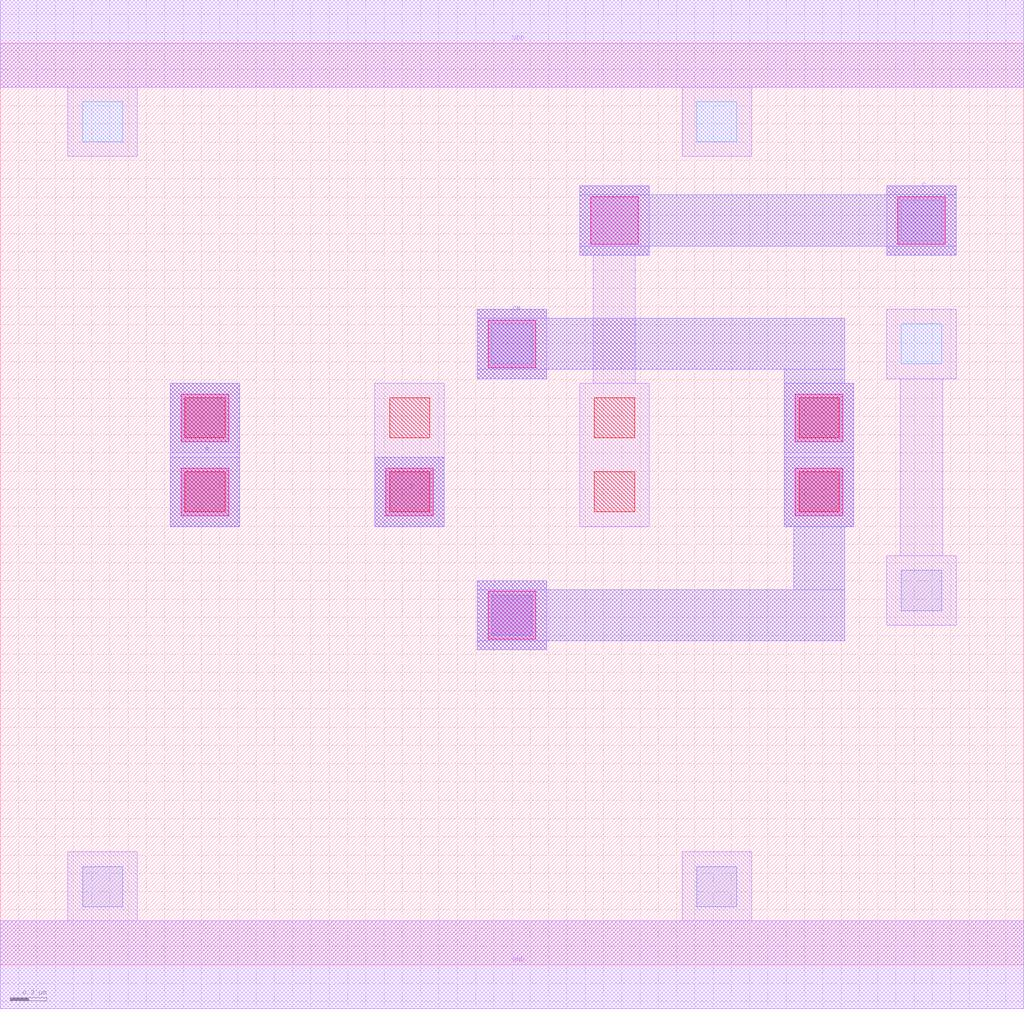
<source format=lef>
MACRO ASYNC2
 CLASS CORE ;
 FOREIGN ASYNC2 0 0 ;
 SIZE 5.6000000000000005 BY 5.04 ;
 ORIGIN 0 0 ;
 SYMMETRY X Y R90 ;
 SITE unit ;
  PIN VDD
   DIRECTION INOUT ;
   USE POWER ;
   SHAPE ABUTMENT ;
    PORT
     CLASS CORE ;
       LAYER met1 ;
        RECT 0.00000000 4.80000000 5.60000000 5.28000000 ;
    END
  END VDD

  PIN GND
   DIRECTION INOUT ;
   USE POWER ;
   SHAPE ABUTMENT ;
    PORT
     CLASS CORE ;
       LAYER met1 ;
        RECT 0.00000000 -0.24000000 5.60000000 0.24000000 ;
    END
  END GND

  PIN CN
   DIRECTION INOUT ;
   USE SIGNAL ;
   SHAPE ABUTMENT ;
    PORT
     CLASS CORE ;
       LAYER met2 ;
        RECT 2.61000000 1.72200000 2.99000000 1.77200000 ;
        RECT 2.61000000 1.77200000 4.62000000 2.05200000 ;
        RECT 2.61000000 2.05200000 2.99000000 2.10200000 ;
        RECT 4.34000000 2.05200000 4.62000000 2.39700000 ;
        RECT 4.29000000 2.39700000 4.67000000 3.18200000 ;
        RECT 2.61000000 3.20700000 2.99000000 3.25700000 ;
        RECT 4.29000000 3.18200000 4.62000000 3.25700000 ;
        RECT 2.61000000 3.25700000 4.62000000 3.53700000 ;
        RECT 2.61000000 3.53700000 2.99000000 3.58700000 ;
    END
  END CN

  PIN C
   DIRECTION INOUT ;
   USE SIGNAL ;
   SHAPE ABUTMENT ;
    PORT
     CLASS CORE ;
       LAYER met2 ;
        RECT 3.17000000 3.88200000 3.55000000 3.93200000 ;
        RECT 4.85000000 3.88200000 5.23000000 3.93200000 ;
        RECT 3.17000000 3.93200000 5.23000000 4.21200000 ;
        RECT 3.17000000 4.21200000 3.55000000 4.26200000 ;
        RECT 4.85000000 4.21200000 5.23000000 4.26200000 ;
    END
  END C

  PIN B
   DIRECTION INOUT ;
   USE SIGNAL ;
   SHAPE ABUTMENT ;
    PORT
     CLASS CORE ;
       LAYER met2 ;
        RECT 2.05000000 2.39700000 2.43000000 2.77700000 ;
    END
  END B

  PIN A
   DIRECTION INOUT ;
   USE SIGNAL ;
   SHAPE ABUTMENT ;
    PORT
     CLASS CORE ;
       LAYER met2 ;
        RECT 0.93000000 2.39700000 1.31000000 3.18200000 ;
    END
  END A

 OBS
    LAYER polycont ;
     RECT 1.01000000 2.47700000 1.23000000 2.69700000 ;
     RECT 2.13000000 2.47700000 2.35000000 2.69700000 ;
     RECT 3.25000000 2.47700000 3.47000000 2.69700000 ;
     RECT 4.37000000 2.47700000 4.59000000 2.69700000 ;
     RECT 1.01000000 2.88200000 1.23000000 3.10200000 ;
     RECT 2.13000000 2.88200000 2.35000000 3.10200000 ;
     RECT 3.25000000 2.88200000 3.47000000 3.10200000 ;
     RECT 4.37000000 2.88200000 4.59000000 3.10200000 ;

    LAYER pdiffc ;
     RECT 2.69000000 3.28700000 2.91000000 3.50700000 ;
     RECT 4.93000000 3.28700000 5.15000000 3.50700000 ;
     RECT 4.93000000 3.96200000 5.15000000 4.18200000 ;
     RECT 0.45000000 4.50200000 0.67000000 4.72200000 ;
     RECT 3.81000000 4.50200000 4.03000000 4.72200000 ;

    LAYER ndiffc ;
     RECT 0.45000000 0.31700000 0.67000000 0.53700000 ;
     RECT 3.81000000 0.31700000 4.03000000 0.53700000 ;
     RECT 2.69000000 1.80200000 2.91000000 2.02200000 ;
     RECT 4.93000000 1.93700000 5.15000000 2.15700000 ;

    LAYER met1 ;
     RECT 0.00000000 -0.24000000 5.60000000 0.24000000 ;
     RECT 0.37000000 0.24000000 0.75000000 0.61700000 ;
     RECT 3.73000000 0.24000000 4.11000000 0.61700000 ;
     RECT 2.61000000 1.72200000 2.99000000 2.10200000 ;
     RECT 0.93000000 2.39700000 1.31000000 2.77700000 ;
     RECT 4.29000000 2.39700000 4.67000000 2.77700000 ;
     RECT 0.93000000 2.80200000 1.31000000 3.18200000 ;
     RECT 2.05000000 2.39700000 2.43000000 3.18200000 ;
     RECT 4.29000000 2.80200000 4.67000000 3.18200000 ;
     RECT 2.61000000 3.20700000 2.99000000 3.58700000 ;
     RECT 4.85000000 1.85700000 5.23000000 2.23700000 ;
     RECT 4.92500000 2.23700000 5.15500000 3.20700000 ;
     RECT 4.85000000 3.20700000 5.23000000 3.58700000 ;
     RECT 3.17000000 2.39700000 3.55000000 3.18200000 ;
     RECT 3.24500000 3.18200000 3.47500000 3.88200000 ;
     RECT 3.17000000 3.88200000 3.55000000 4.26200000 ;
     RECT 4.85000000 3.88200000 5.23000000 4.26200000 ;
     RECT 0.37000000 4.42200000 0.75000000 4.80000000 ;
     RECT 3.73000000 4.42200000 4.11000000 4.80000000 ;
     RECT 0.00000000 4.80000000 5.60000000 5.28000000 ;

    LAYER via1 ;
     RECT 2.67000000 1.78200000 2.93000000 2.04200000 ;
     RECT 0.99000000 2.45700000 1.25000000 2.71700000 ;
     RECT 2.11000000 2.45700000 2.37000000 2.71700000 ;
     RECT 4.35000000 2.45700000 4.61000000 2.71700000 ;
     RECT 0.99000000 2.86200000 1.25000000 3.12200000 ;
     RECT 4.35000000 2.86200000 4.61000000 3.12200000 ;
     RECT 2.67000000 3.26700000 2.93000000 3.52700000 ;
     RECT 3.23000000 3.94200000 3.49000000 4.20200000 ;
     RECT 4.91000000 3.94200000 5.17000000 4.20200000 ;

    LAYER met2 ;
     RECT 2.05000000 2.39700000 2.43000000 2.77700000 ;
     RECT 0.93000000 2.39700000 1.31000000 3.18200000 ;
     RECT 2.61000000 1.72200000 2.99000000 1.77200000 ;
     RECT 2.61000000 1.77200000 4.62000000 2.05200000 ;
     RECT 2.61000000 2.05200000 2.99000000 2.10200000 ;
     RECT 4.34000000 2.05200000 4.62000000 2.39700000 ;
     RECT 4.29000000 2.39700000 4.67000000 3.18200000 ;
     RECT 2.61000000 3.20700000 2.99000000 3.25700000 ;
     RECT 4.29000000 3.18200000 4.62000000 3.25700000 ;
     RECT 2.61000000 3.25700000 4.62000000 3.53700000 ;
     RECT 2.61000000 3.53700000 2.99000000 3.58700000 ;
     RECT 3.17000000 3.88200000 3.55000000 3.93200000 ;
     RECT 4.85000000 3.88200000 5.23000000 3.93200000 ;
     RECT 3.17000000 3.93200000 5.23000000 4.21200000 ;
     RECT 3.17000000 4.21200000 3.55000000 4.26200000 ;
     RECT 4.85000000 4.21200000 5.23000000 4.26200000 ;

 END
END ASYNC2

</source>
